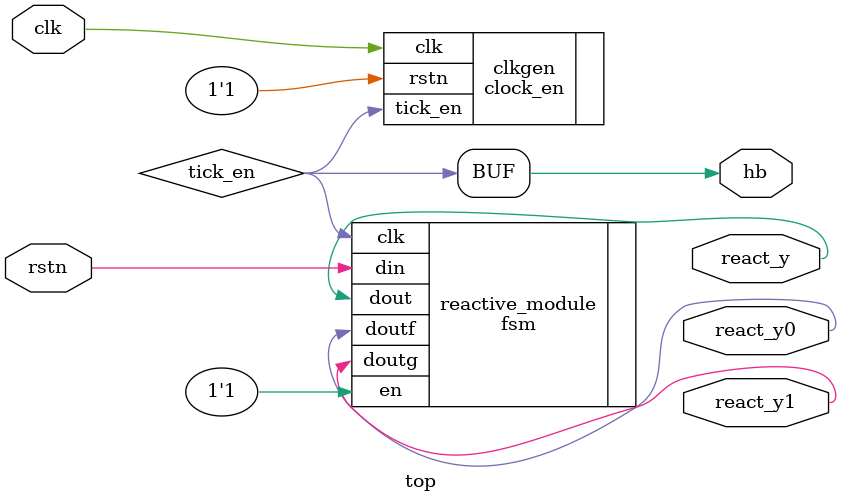
<source format=sv>
`default_nettype none
module top
  (input wire clk, rstn,
   output logic react_y, react_y0, react_y1, hb);

   logic 	tick_en;
   assign hb = tick_en;
   
   clock_en clkgen
     (.clk(clk), .rstn(1'b1), .tick_en(tick_en));
   
   fsm reactive_module
     (.clk(tick_en), .din(rstn), .en(1'b1), .dout(react_y), .doutf(react_y0), .doutg(react_y1));
   
endmodule // top

/* 
 G (en -> (X dout <-> din)))
 G (en -> (X (X doutf <-> dout))))
 G (!en -> (X dout <-> dout))
 G (!en -> (X (X doutf <-> doutf)))
 */

/* better:
 G (en -> (X dout <-> din))
 G (en -> (X doutf <-> dout))
 G (!en -> (X dout <-> dout))
 G (!en -> (X doutf <-> doutf))
 */

</source>
